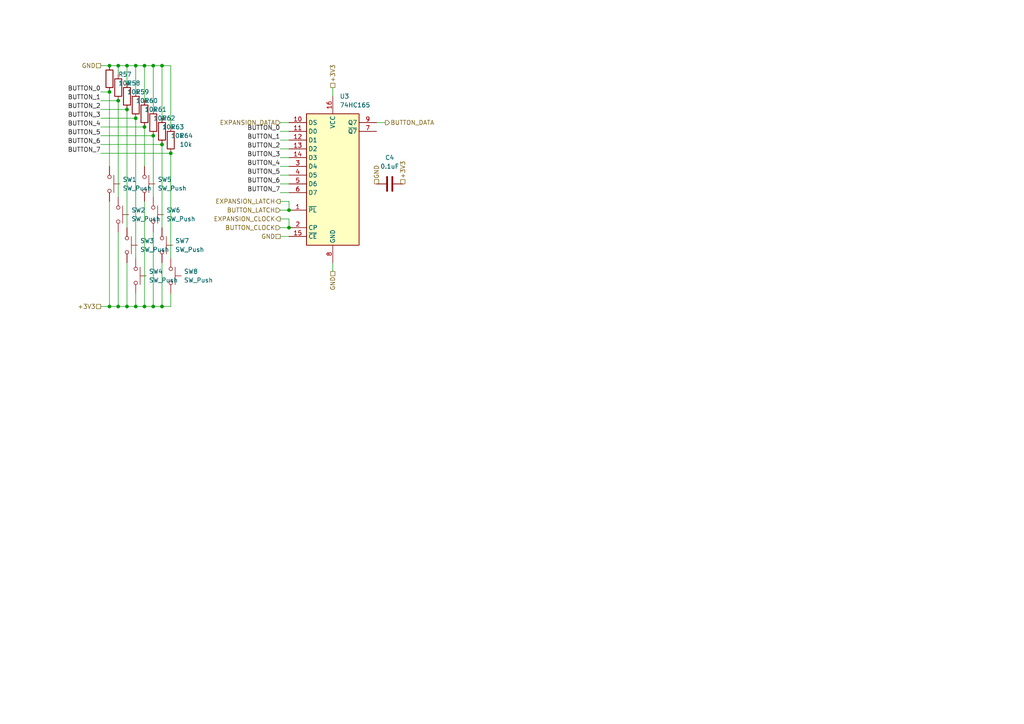
<source format=kicad_sch>
(kicad_sch (version 20211123) (generator eeschema)
  (paper "A4")
  (title_block (title "Sequencer / 8 Buttons") (date "2022-07-30") (rev "1") (company "Malik Enes SAFAK"))
  (lib_symbols
    (symbol "74xx:74HC165"
      (property "Reference" "U" (at -7.62 19.05 0))
      (property "Value" "74HC165" (at -7.62 -21.59 0))
      (symbol "74HC165_1_0"
        (pin input line (at -12.7 -10.16 0) (length 5.08) (name "~{PL}") (number "1"))
        (pin input line (at -12.7 15.24 0) (length 5.08) (name "DS") (number "10"))
        (pin input line (at -12.7 12.7 0) (length 5.08) (name "D0") (number "11"))
        (pin input line (at -12.7 10.16 0) (length 5.08) (name "D1") (number "12"))
        (pin input line (at -12.7 7.62 0) (length 5.08) (name "D2") (number "13"))
        (pin input line (at -12.7 5.08 0) (length 5.08) (name "D3") (number "14"))
        (pin input line (at -12.7 -17.78 0) (length 5.08) (name "~{CE}") (number "15"))
        (pin power_in line (at 0 22.86 270) (length 5.08) (name "VCC") (number "16"))
        (pin input line (at -12.7 -15.24 0) (length 5.08) (name "CP") (number "2"))
        (pin input line (at -12.7 2.54 0) (length 5.08) (name "D4") (number "3"))
        (pin input line (at -12.7 0 0) (length 5.08) (name "D5") (number "4"))
        (pin input line (at -12.7 -2.54 0) (length 5.08) (name "D6") (number "5"))
        (pin input line (at -12.7 -5.08 0) (length 5.08) (name "D7") (number "6"))
        (pin output line (at 12.7 12.7 180) (length 5.08) (name "~{Q7}") (number "7"))
        (pin power_in line (at 0 -25.4 90) (length 5.08) (name "GND") (number "8"))
        (pin output line (at 12.7 15.24 180) (length 5.08) (name "Q7") (number "9"))
      )
      (symbol "74HC165_1_1"
        (rectangle (start -7.62 17.78) (end 7.62 -20.32) (stroke (width 0.254)) (fill (type background)))
      )
    )
    (symbol "Device:C" (pin_numbers hide) (pin_names (offset 0.254))
      (property "Reference" "C" (at 0.635 2.54 0))
      (property "Value" "C" (at 0.635 -2.54 0))
      (symbol "C_0_1"
        (polyline (pts (xy -2.032 -0.762) (xy 2.032 -0.762)) (stroke (width 0.508)))
        (polyline (pts (xy -2.032 0.762) (xy 2.032 0.762)) (stroke (width 0.508)))
      )
      (symbol "C_1_1"
        (pin passive line (at 0 3.81 270) (length 2.794) (name "~") (number "1"))
        (pin passive line (at 0 -3.81 90) (length 2.794) (name "~") (number "2"))
      )
    )
    (symbol "Device:R" (pin_numbers hide) (pin_names (offset 0))
      (property "Reference" "R" (at 2.032 0 90))
      (property "Value" "R" (at 0 0 90))
      (symbol "R_0_1"
        (rectangle (start -1.016 -2.54) (end 1.016 2.54) (stroke (width 0.254)))
      )
      (symbol "R_1_1"
        (pin passive line (at 0 3.81 270) (length 1.27) (name "~") (number "1"))
        (pin passive line (at 0 -3.81 90) (length 1.27) (name "~") (number "2"))
      )
    )
    (symbol "Switch:SW_Push" (pin_numbers hide) (pin_names (offset 1.016) hide)
      (property "Reference" "SW" (at 1.27 2.54 0))
      (property "Value" "SW_Push" (at 0 -1.524 0))
      (symbol "SW_Push_0_1"
        (circle (center -2.032 0) (radius 0.508))
        (polyline (pts (xy 0 1.27) (xy 0 3.048)))
        (polyline (pts (xy 2.54 1.27) (xy -2.54 1.27)))
        (circle (center 2.032 0) (radius 0.508))
        (pin passive line (at -5.08 0 0) (length 2.54) (name "1") (number "1"))
        (pin passive line (at 5.08 0 180) (length 2.54) (name "2") (number "2"))
      )
    )
  )
  (junction (at 46.99 88.9))
  (junction (at 46.99 41.91))
  (junction (at 31.75 88.9))
  (junction (at 39.37 34.29))
  (junction (at 83.82 66.04))
  (junction (at 36.83 88.9))
  (junction (at 46.99 19.05))
  (junction (at 44.45 19.05))
  (junction (at 36.83 19.05))
  (junction (at 31.75 26.67))
  (junction (at 39.37 19.05))
  (junction (at 44.45 88.9))
  (junction (at 41.91 36.83))
  (junction (at 41.91 19.05))
  (junction (at 34.29 29.21))
  (junction (at 83.82 60.96))
  (junction (at 34.29 19.05))
  (junction (at 34.29 88.9))
  (junction (at 41.91 88.9))
  (junction (at 44.45 39.37))
  (junction (at 49.53 44.45))
  (junction (at 31.75 19.05))
  (junction (at 36.83 31.75))
  (junction (at 39.37 88.9))
  (wire (pts (xy 36.83 76.2) (xy 36.83 88.9)))
  (wire (pts (xy 34.29 88.9) (xy 31.75 88.9)))
  (wire (pts (xy 81.28 55.88) (xy 83.82 55.88)))
  (wire (pts (xy 34.29 19.05) (xy 31.75 19.05)))
  (wire (pts (xy 81.28 68.58) (xy 83.82 68.58)))
  (wire (pts (xy 34.29 67.31) (xy 34.29 88.9)))
  (wire (pts (xy 49.53 88.9) (xy 46.99 88.9)))
  (wire (pts (xy 44.45 31.75) (xy 44.45 19.05)))
  (wire (pts (xy 49.53 36.83) (xy 49.53 19.05)))
  (wire (pts (xy 29.21 31.75) (xy 36.83 31.75)))
  (wire (pts (xy 81.28 50.8) (xy 83.82 50.8)))
  (wire (pts (xy 44.45 67.31) (xy 44.45 88.9)))
  (wire (pts (xy 81.28 40.64) (xy 83.82 40.64)))
  (wire (pts (xy 34.29 21.59) (xy 34.29 19.05)))
  (wire (pts (xy 81.28 60.96) (xy 83.82 60.96)))
  (wire (pts (xy 31.75 26.67) (xy 31.75 48.26)))
  (wire (pts (xy 49.53 19.05) (xy 46.99 19.05)))
  (wire (pts (xy 81.28 66.04) (xy 83.82 66.04)))
  (wire (pts (xy 46.99 19.05) (xy 44.45 19.05)))
  (wire (pts (xy 41.91 29.21) (xy 41.91 19.05)))
  (wire (pts (xy 29.21 34.29) (xy 39.37 34.29)))
  (wire (pts (xy 81.28 43.18) (xy 83.82 43.18)))
  (wire (pts (xy 34.29 29.21) (xy 34.29 57.15)))
  (wire (pts (xy 29.21 41.91) (xy 46.99 41.91)))
  (wire (pts (xy 46.99 41.91) (xy 46.99 66.04)))
  (wire (pts (xy 31.75 58.42) (xy 31.75 88.9)))
  (wire (pts (xy 109.22 35.56) (xy 111.76 35.56)))
  (wire (pts (xy 29.21 19.05) (xy 31.75 19.05)))
  (wire (pts (xy 39.37 85.09) (xy 39.37 88.9)))
  (wire (pts (xy 39.37 19.05) (xy 36.83 19.05)))
  (wire (pts (xy 81.28 45.72) (xy 83.82 45.72)))
  (wire (pts (xy 49.53 85.09) (xy 49.53 88.9)))
  (wire (pts (xy 83.82 58.42) (xy 83.82 60.96)))
  (wire (pts (xy 36.83 24.13) (xy 36.83 19.05)))
  (wire (pts (xy 41.91 19.05) (xy 39.37 19.05)))
  (wire (pts (xy 81.28 35.56) (xy 83.82 35.56)))
  (wire (pts (xy 81.28 48.26) (xy 83.82 48.26)))
  (wire (pts (xy 39.37 34.29) (xy 39.37 74.93)))
  (wire (pts (xy 39.37 26.67) (xy 39.37 19.05)))
  (wire (pts (xy 29.21 29.21) (xy 34.29 29.21)))
  (wire (pts (xy 29.21 44.45) (xy 49.53 44.45)))
  (wire (pts (xy 36.83 88.9) (xy 34.29 88.9)))
  (wire (pts (xy 44.45 19.05) (xy 41.91 19.05)))
  (wire (pts (xy 83.82 63.5) (xy 83.82 66.04)))
  (wire (pts (xy 49.53 44.45) (xy 49.53 74.93)))
  (wire (pts (xy 46.99 76.2) (xy 46.99 88.9)))
  (wire (pts (xy 29.21 36.83) (xy 41.91 36.83)))
  (wire (pts (xy 31.75 88.9) (xy 29.21 88.9)))
  (wire (pts (xy 41.91 58.42) (xy 41.91 88.9)))
  (wire (pts (xy 39.37 88.9) (xy 36.83 88.9)))
  (wire (pts (xy 81.28 58.42) (xy 83.82 58.42)))
  (wire (pts (xy 29.21 26.67) (xy 31.75 26.67)))
  (wire (pts (xy 81.28 63.5) (xy 83.82 63.5)))
  (wire (pts (xy 41.91 36.83) (xy 41.91 48.26)))
  (wire (pts (xy 96.52 25.4) (xy 96.52 27.94)))
  (wire (pts (xy 41.91 88.9) (xy 39.37 88.9)))
  (wire (pts (xy 44.45 88.9) (xy 41.91 88.9)))
  (wire (pts (xy 29.21 39.37) (xy 44.45 39.37)))
  (wire (pts (xy 44.45 39.37) (xy 44.45 57.15)))
  (wire (pts (xy 81.28 53.34) (xy 83.82 53.34)))
  (wire (pts (xy 36.83 19.05) (xy 34.29 19.05)))
  (wire (pts (xy 46.99 34.29) (xy 46.99 19.05)))
  (wire (pts (xy 96.52 76.2) (xy 96.52 78.74)))
  (wire (pts (xy 81.28 38.1) (xy 83.82 38.1)))
  (wire (pts (xy 46.99 88.9) (xy 44.45 88.9)))
  (wire (pts (xy 36.83 31.75) (xy 36.83 66.04)))
  (label "BUTTON_0" (at 81.28 38.1 180))
  (label "BUTTON_1" (at 29.21 29.21 180))
  (label "BUTTON_0" (at 29.21 26.67 180))
  (label "BUTTON_2" (at 29.21 31.75 180))
  (label "BUTTON_6" (at 29.21 41.91 180))
  (label "BUTTON_2" (at 81.28 43.18 180))
  (label "BUTTON_5" (at 29.21 39.37 180))
  (label "BUTTON_4" (at 29.21 36.83 180))
  (label "BUTTON_5" (at 81.28 50.8 180))
  (label "BUTTON_7" (at 81.28 55.88 180))
  (label "BUTTON_3" (at 81.28 45.72 180))
  (label "BUTTON_1" (at 81.28 40.64 180))
  (label "BUTTON_6" (at 81.28 53.34 180))
  (label "BUTTON_4" (at 81.28 48.26 180))
  (label "BUTTON_7" (at 29.21 44.45 180))
  (label "BUTTON_3" (at 29.21 34.29 180))
  (hierarchical_label "GND" (shape passive) (at 96.52 78.74 270))
  (hierarchical_label "BUTTON_LATCH" (shape input) (at 81.28 60.96 180))
  (hierarchical_label "BUTTON_CLOCK" (shape input) (at 81.28 66.04 180))
  (hierarchical_label "+3V3" (shape passive) (at 116.84 53.34 90))
  (hierarchical_label "GND" (shape passive) (at 109.22 53.34 90))
  (hierarchical_label "EXPANSION_CLOCK" (shape output) (at 81.28 63.5 180))
  (hierarchical_label "EXPANSION_LATCH" (shape output) (at 81.28 58.42 180))
  (hierarchical_label "GND" (shape passive) (at 81.28 68.58 180))
  (hierarchical_label "BUTTON_DATA" (shape output) (at 111.76 35.56 0))
  (hierarchical_label "GND" (shape passive) (at 29.21 19.05 180))
  (hierarchical_label "+3V3" (shape passive) (at 96.52 25.4 90))
  (hierarchical_label "+3V3" (shape passive) (at 29.21 88.9 180))
  (hierarchical_label "EXPANSION_DATA" (shape input) (at 81.28 35.56 180))
  (symbol (lib_id "Device:R") (at 31.75 22.86 180)
    (property "Reference" "R57" (at 34.29 21.5899 0) (effects (justify right)))
    (property "Value" "10k" (at 34.29 24.1299 0) (effects (justify right)))
    (property "Footprint" "Resistor_SMD:R_0805_2012Metric_Pad1.20x1.40mm_HandSolder" (effects hide))
  )
  (symbol (lib_id "Switch:SW_Push") (at 44.45 62.23 270)
    (property "Reference" "SW6" (at 48.26 60.9599 90) (effects (justify left)))
    (property "Value" "SW_Push" (at 48.26 63.4999 90) (effects (justify left)))
    (property "Footprint" "Button_Switch_THT:SW_PUSH-12mm" (effects hide))
  )
  (symbol (lib_id "Switch:SW_Push") (at 41.91 53.34 270)
    (property "Reference" "SW5" (at 45.72 52.0699 90) (effects (justify left)))
    (property "Value" "SW_Push" (at 45.72 54.6099 90) (effects (justify left)))
    (property "Footprint" "Button_Switch_THT:SW_PUSH-12mm" (effects hide))
  )
  (symbol (lib_id "Device:R") (at 36.83 27.94 180)
    (property "Reference" "R59" (at 39.37 26.6699 0) (effects (justify right)))
    (property "Value" "10k" (at 39.37 29.2099 0) (effects (justify right)))
    (property "Footprint" "Resistor_SMD:R_0805_2012Metric_Pad1.20x1.40mm_HandSolder" (effects hide))
  )
  (symbol (lib_id "74xx:74HC165") (at 96.52 50.8 0)
    (property "Reference" "U3" (at 98.5394 27.94 0) (effects (justify left)))
    (property "Value" "74HC165" (at 98.5394 30.48 0) (effects (justify left)))
    (property "Footprint" "Package_DIP:DIP-16_W7.62mm" (effects hide))
    (property "Datasheet" "https://assets.nexperia.com/documents/data-sheet/74HC_HCT165.pdf" (effects hide))
  )
  (symbol (lib_id "Switch:SW_Push") (at 36.83 71.12 270)
    (property "Reference" "SW3" (at 40.64 69.8499 90) (effects (justify left)))
    (property "Value" "SW_Push" (at 40.64 72.3899 90) (effects (justify left)))
    (property "Footprint" "Button_Switch_THT:SW_PUSH-12mm" (effects hide))
  )
  (symbol (lib_id "Device:R") (at 39.37 30.48 180)
    (property "Reference" "R60" (at 41.91 29.2099 0) (effects (justify right)))
    (property "Value" "10k" (at 41.91 31.7499 0) (effects (justify right)))
    (property "Footprint" "Resistor_SMD:R_0805_2012Metric_Pad1.20x1.40mm_HandSolder" (effects hide))
  )
  (symbol (lib_id "Device:R") (at 34.29 25.4 180)
    (property "Reference" "R58" (at 36.83 24.1299 0) (effects (justify right)))
    (property "Value" "10k" (at 36.83 26.6699 0) (effects (justify right)))
    (property "Footprint" "Resistor_SMD:R_0805_2012Metric_Pad1.20x1.40mm_HandSolder" (effects hide))
  )
  (symbol (lib_id "Switch:SW_Push") (at 39.37 80.01 270)
    (property "Reference" "SW4" (at 43.18 78.7399 90) (effects (justify left)))
    (property "Value" "SW_Push" (at 43.18 81.2799 90) (effects (justify left)))
    (property "Footprint" "Button_Switch_THT:SW_PUSH-12mm" (effects hide))
  )
  (symbol (lib_id "Switch:SW_Push") (at 31.75 53.34 270)
    (property "Reference" "SW1" (at 35.56 52.0699 90) (effects (justify left)))
    (property "Value" "SW_Push" (at 35.56 54.6099 90) (effects (justify left)))
    (property "Footprint" "Button_Switch_THT:SW_PUSH-12mm" (effects hide))
  )
  (symbol (lib_id "Switch:SW_Push") (at 34.29 62.23 270)
    (property "Reference" "SW2" (at 38.1 60.9599 90) (effects (justify left)))
    (property "Value" "SW_Push" (at 38.1 63.4999 90) (effects (justify left)))
    (property "Footprint" "Button_Switch_THT:SW_PUSH-12mm" (effects hide))
  )
  (symbol (lib_id "Device:R") (at 46.99 38.1 180)
    (property "Reference" "R63" (at 49.53 36.8299 0) (effects (justify right)))
    (property "Value" "10k" (at 49.53 39.3699 0) (effects (justify right)))
    (property "Footprint" "Resistor_SMD:R_0805_2012Metric_Pad1.20x1.40mm_HandSolder" (effects hide))
  )
  (symbol (lib_id "Switch:SW_Push") (at 46.99 71.12 270)
    (property "Reference" "SW7" (at 50.8 69.8499 90) (effects (justify left)))
    (property "Value" "SW_Push" (at 50.8 72.3899 90) (effects (justify left)))
    (property "Footprint" "Button_Switch_THT:SW_PUSH-12mm" (effects hide))
  )
  (symbol (lib_id "Device:R") (at 44.45 35.56 180)
    (property "Reference" "R62" (at 46.99 34.2899 0) (effects (justify right)))
    (property "Value" "10k" (at 46.99 36.8299 0) (effects (justify right)))
    (property "Footprint" "Resistor_SMD:R_0805_2012Metric_Pad1.20x1.40mm_HandSolder" (effects hide))
  )
  (symbol (lib_id "Device:R") (at 49.53 40.64 180)
    (property "Reference" "R64" (at 52.07 39.3699 0) (effects (justify right)))
    (property "Value" "10k" (at 52.07 41.9099 0) (effects (justify right)))
    (property "Footprint" "Resistor_SMD:R_0805_2012Metric_Pad1.20x1.40mm_HandSolder" (effects hide))
  )
  (symbol (lib_id "Device:C") (at 113.03 53.34 90)
    (property "Reference" "C4" (at 113.03 45.72 90))
    (property "Value" "0.1uF" (at 113.03 48.26 90))
    (property "Footprint" "Capacitor_SMD:C_0805_2012Metric_Pad1.18x1.45mm_HandSolder" (effects hide))
  )
  (symbol (lib_id "Device:R") (at 41.91 33.02 180)
    (property "Reference" "R61" (at 44.45 31.7499 0) (effects (justify right)))
    (property "Value" "10k" (at 44.45 34.2899 0) (effects (justify right)))
    (property "Footprint" "Resistor_SMD:R_0805_2012Metric_Pad1.20x1.40mm_HandSolder" (effects hide))
  )
  (symbol (lib_id "Switch:SW_Push") (at 49.53 80.01 270)
    (property "Reference" "SW8" (at 53.34 78.7399 90) (effects (justify left)))
    (property "Value" "SW_Push" (at 53.34 81.2799 90) (effects (justify left)))
    (property "Footprint" "Button_Switch_THT:SW_PUSH-12mm" (effects hide))
  )
)
</source>
